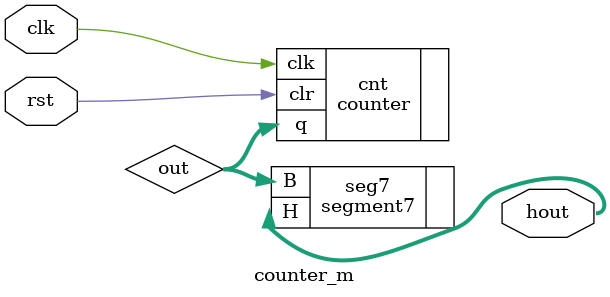
<source format=v>
module counter_m (
    input wire clk,
    input wire rst,
    output wire [6:0] hout
);

wire [3:0] out;
counter cnt(.q(out),.clk(clk),.clr(rst));
segment7 seg7(.B(out),.H(hout));

    
endmodule
</source>
